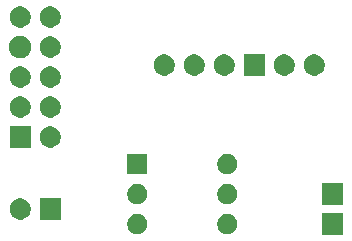
<source format=gbs>
G04 #@! TF.GenerationSoftware,KiCad,Pcbnew,5.1.5*
G04 #@! TF.CreationDate,2020-03-08T11:02:30+01:00*
G04 #@! TF.ProjectId,Flash-Station,466c6173-682d-4537-9461-74696f6e2e6b,rev?*
G04 #@! TF.SameCoordinates,Original*
G04 #@! TF.FileFunction,Soldermask,Bot*
G04 #@! TF.FilePolarity,Negative*
%FSLAX46Y46*%
G04 Gerber Fmt 4.6, Leading zero omitted, Abs format (unit mm)*
G04 Created by KiCad (PCBNEW 5.1.5) date 2020-03-08 11:02:30*
%MOMM*%
%LPD*%
G04 APERTURE LIST*
%ADD10C,0.100000*%
G04 APERTURE END LIST*
D10*
G36*
X95897000Y-95897000D02*
G01*
X94095000Y-95897000D01*
X94095000Y-94095000D01*
X95897000Y-94095000D01*
X95897000Y-95897000D01*
G37*
G36*
X86354228Y-94177703D02*
G01*
X86509100Y-94241853D01*
X86648481Y-94334985D01*
X86767015Y-94453519D01*
X86860147Y-94592900D01*
X86924297Y-94747772D01*
X86957000Y-94912184D01*
X86957000Y-95079816D01*
X86924297Y-95244228D01*
X86860147Y-95399100D01*
X86767015Y-95538481D01*
X86648481Y-95657015D01*
X86509100Y-95750147D01*
X86354228Y-95814297D01*
X86189816Y-95847000D01*
X86022184Y-95847000D01*
X85857772Y-95814297D01*
X85702900Y-95750147D01*
X85563519Y-95657015D01*
X85444985Y-95538481D01*
X85351853Y-95399100D01*
X85287703Y-95244228D01*
X85255000Y-95079816D01*
X85255000Y-94912184D01*
X85287703Y-94747772D01*
X85351853Y-94592900D01*
X85444985Y-94453519D01*
X85563519Y-94334985D01*
X85702900Y-94241853D01*
X85857772Y-94177703D01*
X86022184Y-94145000D01*
X86189816Y-94145000D01*
X86354228Y-94177703D01*
G37*
G36*
X78734228Y-94177703D02*
G01*
X78889100Y-94241853D01*
X79028481Y-94334985D01*
X79147015Y-94453519D01*
X79240147Y-94592900D01*
X79304297Y-94747772D01*
X79337000Y-94912184D01*
X79337000Y-95079816D01*
X79304297Y-95244228D01*
X79240147Y-95399100D01*
X79147015Y-95538481D01*
X79028481Y-95657015D01*
X78889100Y-95750147D01*
X78734228Y-95814297D01*
X78569816Y-95847000D01*
X78402184Y-95847000D01*
X78237772Y-95814297D01*
X78082900Y-95750147D01*
X77943519Y-95657015D01*
X77824985Y-95538481D01*
X77731853Y-95399100D01*
X77667703Y-95244228D01*
X77635000Y-95079816D01*
X77635000Y-94912184D01*
X77667703Y-94747772D01*
X77731853Y-94592900D01*
X77824985Y-94453519D01*
X77943519Y-94334985D01*
X78082900Y-94241853D01*
X78237772Y-94177703D01*
X78402184Y-94145000D01*
X78569816Y-94145000D01*
X78734228Y-94177703D01*
G37*
G36*
X68693512Y-92829927D02*
G01*
X68842812Y-92859624D01*
X69006784Y-92927544D01*
X69154354Y-93026147D01*
X69279853Y-93151646D01*
X69378456Y-93299216D01*
X69446376Y-93463188D01*
X69481000Y-93637259D01*
X69481000Y-93814741D01*
X69446376Y-93988812D01*
X69378456Y-94152784D01*
X69279853Y-94300354D01*
X69154354Y-94425853D01*
X69006784Y-94524456D01*
X68842812Y-94592376D01*
X68693512Y-94622073D01*
X68668742Y-94627000D01*
X68491258Y-94627000D01*
X68466488Y-94622073D01*
X68317188Y-94592376D01*
X68153216Y-94524456D01*
X68005646Y-94425853D01*
X67880147Y-94300354D01*
X67781544Y-94152784D01*
X67713624Y-93988812D01*
X67679000Y-93814741D01*
X67679000Y-93637259D01*
X67713624Y-93463188D01*
X67781544Y-93299216D01*
X67880147Y-93151646D01*
X68005646Y-93026147D01*
X68153216Y-92927544D01*
X68317188Y-92859624D01*
X68466488Y-92829927D01*
X68491258Y-92825000D01*
X68668742Y-92825000D01*
X68693512Y-92829927D01*
G37*
G36*
X72021000Y-94627000D02*
G01*
X70219000Y-94627000D01*
X70219000Y-92825000D01*
X72021000Y-92825000D01*
X72021000Y-94627000D01*
G37*
G36*
X95897000Y-93357000D02*
G01*
X94095000Y-93357000D01*
X94095000Y-91555000D01*
X95897000Y-91555000D01*
X95897000Y-93357000D01*
G37*
G36*
X86354228Y-91637703D02*
G01*
X86509100Y-91701853D01*
X86648481Y-91794985D01*
X86767015Y-91913519D01*
X86860147Y-92052900D01*
X86924297Y-92207772D01*
X86957000Y-92372184D01*
X86957000Y-92539816D01*
X86924297Y-92704228D01*
X86860147Y-92859100D01*
X86767015Y-92998481D01*
X86648481Y-93117015D01*
X86509100Y-93210147D01*
X86354228Y-93274297D01*
X86189816Y-93307000D01*
X86022184Y-93307000D01*
X85857772Y-93274297D01*
X85702900Y-93210147D01*
X85563519Y-93117015D01*
X85444985Y-92998481D01*
X85351853Y-92859100D01*
X85287703Y-92704228D01*
X85255000Y-92539816D01*
X85255000Y-92372184D01*
X85287703Y-92207772D01*
X85351853Y-92052900D01*
X85444985Y-91913519D01*
X85563519Y-91794985D01*
X85702900Y-91701853D01*
X85857772Y-91637703D01*
X86022184Y-91605000D01*
X86189816Y-91605000D01*
X86354228Y-91637703D01*
G37*
G36*
X78734228Y-91637703D02*
G01*
X78889100Y-91701853D01*
X79028481Y-91794985D01*
X79147015Y-91913519D01*
X79240147Y-92052900D01*
X79304297Y-92207772D01*
X79337000Y-92372184D01*
X79337000Y-92539816D01*
X79304297Y-92704228D01*
X79240147Y-92859100D01*
X79147015Y-92998481D01*
X79028481Y-93117015D01*
X78889100Y-93210147D01*
X78734228Y-93274297D01*
X78569816Y-93307000D01*
X78402184Y-93307000D01*
X78237772Y-93274297D01*
X78082900Y-93210147D01*
X77943519Y-93117015D01*
X77824985Y-92998481D01*
X77731853Y-92859100D01*
X77667703Y-92704228D01*
X77635000Y-92539816D01*
X77635000Y-92372184D01*
X77667703Y-92207772D01*
X77731853Y-92052900D01*
X77824985Y-91913519D01*
X77943519Y-91794985D01*
X78082900Y-91701853D01*
X78237772Y-91637703D01*
X78402184Y-91605000D01*
X78569816Y-91605000D01*
X78734228Y-91637703D01*
G37*
G36*
X79337000Y-90767000D02*
G01*
X77635000Y-90767000D01*
X77635000Y-89065000D01*
X79337000Y-89065000D01*
X79337000Y-90767000D01*
G37*
G36*
X86354228Y-89097703D02*
G01*
X86509100Y-89161853D01*
X86648481Y-89254985D01*
X86767015Y-89373519D01*
X86860147Y-89512900D01*
X86924297Y-89667772D01*
X86957000Y-89832184D01*
X86957000Y-89999816D01*
X86924297Y-90164228D01*
X86860147Y-90319100D01*
X86767015Y-90458481D01*
X86648481Y-90577015D01*
X86509100Y-90670147D01*
X86354228Y-90734297D01*
X86189816Y-90767000D01*
X86022184Y-90767000D01*
X85857772Y-90734297D01*
X85702900Y-90670147D01*
X85563519Y-90577015D01*
X85444985Y-90458481D01*
X85351853Y-90319100D01*
X85287703Y-90164228D01*
X85255000Y-89999816D01*
X85255000Y-89832184D01*
X85287703Y-89667772D01*
X85351853Y-89512900D01*
X85444985Y-89373519D01*
X85563519Y-89254985D01*
X85702900Y-89161853D01*
X85857772Y-89097703D01*
X86022184Y-89065000D01*
X86189816Y-89065000D01*
X86354228Y-89097703D01*
G37*
G36*
X71233512Y-86733927D02*
G01*
X71382812Y-86763624D01*
X71546784Y-86831544D01*
X71694354Y-86930147D01*
X71819853Y-87055646D01*
X71918456Y-87203216D01*
X71986376Y-87367188D01*
X72021000Y-87541259D01*
X72021000Y-87718741D01*
X71986376Y-87892812D01*
X71918456Y-88056784D01*
X71819853Y-88204354D01*
X71694354Y-88329853D01*
X71546784Y-88428456D01*
X71382812Y-88496376D01*
X71233512Y-88526073D01*
X71208742Y-88531000D01*
X71031258Y-88531000D01*
X71006488Y-88526073D01*
X70857188Y-88496376D01*
X70693216Y-88428456D01*
X70545646Y-88329853D01*
X70420147Y-88204354D01*
X70321544Y-88056784D01*
X70253624Y-87892812D01*
X70219000Y-87718741D01*
X70219000Y-87541259D01*
X70253624Y-87367188D01*
X70321544Y-87203216D01*
X70420147Y-87055646D01*
X70545646Y-86930147D01*
X70693216Y-86831544D01*
X70857188Y-86763624D01*
X71006488Y-86733927D01*
X71031258Y-86729000D01*
X71208742Y-86729000D01*
X71233512Y-86733927D01*
G37*
G36*
X69481000Y-88531000D02*
G01*
X67679000Y-88531000D01*
X67679000Y-86729000D01*
X69481000Y-86729000D01*
X69481000Y-88531000D01*
G37*
G36*
X71233512Y-84193927D02*
G01*
X71382812Y-84223624D01*
X71546784Y-84291544D01*
X71694354Y-84390147D01*
X71819853Y-84515646D01*
X71918456Y-84663216D01*
X71986376Y-84827188D01*
X72021000Y-85001259D01*
X72021000Y-85178741D01*
X71986376Y-85352812D01*
X71918456Y-85516784D01*
X71819853Y-85664354D01*
X71694354Y-85789853D01*
X71546784Y-85888456D01*
X71382812Y-85956376D01*
X71233512Y-85986073D01*
X71208742Y-85991000D01*
X71031258Y-85991000D01*
X71006488Y-85986073D01*
X70857188Y-85956376D01*
X70693216Y-85888456D01*
X70545646Y-85789853D01*
X70420147Y-85664354D01*
X70321544Y-85516784D01*
X70253624Y-85352812D01*
X70219000Y-85178741D01*
X70219000Y-85001259D01*
X70253624Y-84827188D01*
X70321544Y-84663216D01*
X70420147Y-84515646D01*
X70545646Y-84390147D01*
X70693216Y-84291544D01*
X70857188Y-84223624D01*
X71006488Y-84193927D01*
X71031258Y-84189000D01*
X71208742Y-84189000D01*
X71233512Y-84193927D01*
G37*
G36*
X68693512Y-84193927D02*
G01*
X68842812Y-84223624D01*
X69006784Y-84291544D01*
X69154354Y-84390147D01*
X69279853Y-84515646D01*
X69378456Y-84663216D01*
X69446376Y-84827188D01*
X69481000Y-85001259D01*
X69481000Y-85178741D01*
X69446376Y-85352812D01*
X69378456Y-85516784D01*
X69279853Y-85664354D01*
X69154354Y-85789853D01*
X69006784Y-85888456D01*
X68842812Y-85956376D01*
X68693512Y-85986073D01*
X68668742Y-85991000D01*
X68491258Y-85991000D01*
X68466488Y-85986073D01*
X68317188Y-85956376D01*
X68153216Y-85888456D01*
X68005646Y-85789853D01*
X67880147Y-85664354D01*
X67781544Y-85516784D01*
X67713624Y-85352812D01*
X67679000Y-85178741D01*
X67679000Y-85001259D01*
X67713624Y-84827188D01*
X67781544Y-84663216D01*
X67880147Y-84515646D01*
X68005646Y-84390147D01*
X68153216Y-84291544D01*
X68317188Y-84223624D01*
X68466488Y-84193927D01*
X68491258Y-84189000D01*
X68668742Y-84189000D01*
X68693512Y-84193927D01*
G37*
G36*
X71233512Y-81653927D02*
G01*
X71382812Y-81683624D01*
X71546784Y-81751544D01*
X71694354Y-81850147D01*
X71819853Y-81975646D01*
X71918456Y-82123216D01*
X71986376Y-82287188D01*
X72021000Y-82461259D01*
X72021000Y-82638741D01*
X71986376Y-82812812D01*
X71918456Y-82976784D01*
X71819853Y-83124354D01*
X71694354Y-83249853D01*
X71546784Y-83348456D01*
X71382812Y-83416376D01*
X71233512Y-83446073D01*
X71208742Y-83451000D01*
X71031258Y-83451000D01*
X71006488Y-83446073D01*
X70857188Y-83416376D01*
X70693216Y-83348456D01*
X70545646Y-83249853D01*
X70420147Y-83124354D01*
X70321544Y-82976784D01*
X70253624Y-82812812D01*
X70219000Y-82638741D01*
X70219000Y-82461259D01*
X70253624Y-82287188D01*
X70321544Y-82123216D01*
X70420147Y-81975646D01*
X70545646Y-81850147D01*
X70693216Y-81751544D01*
X70857188Y-81683624D01*
X71006488Y-81653927D01*
X71031258Y-81649000D01*
X71208742Y-81649000D01*
X71233512Y-81653927D01*
G37*
G36*
X68693512Y-81653927D02*
G01*
X68842812Y-81683624D01*
X69006784Y-81751544D01*
X69154354Y-81850147D01*
X69279853Y-81975646D01*
X69378456Y-82123216D01*
X69446376Y-82287188D01*
X69481000Y-82461259D01*
X69481000Y-82638741D01*
X69446376Y-82812812D01*
X69378456Y-82976784D01*
X69279853Y-83124354D01*
X69154354Y-83249853D01*
X69006784Y-83348456D01*
X68842812Y-83416376D01*
X68693512Y-83446073D01*
X68668742Y-83451000D01*
X68491258Y-83451000D01*
X68466488Y-83446073D01*
X68317188Y-83416376D01*
X68153216Y-83348456D01*
X68005646Y-83249853D01*
X67880147Y-83124354D01*
X67781544Y-82976784D01*
X67713624Y-82812812D01*
X67679000Y-82638741D01*
X67679000Y-82461259D01*
X67713624Y-82287188D01*
X67781544Y-82123216D01*
X67880147Y-81975646D01*
X68005646Y-81850147D01*
X68153216Y-81751544D01*
X68317188Y-81683624D01*
X68466488Y-81653927D01*
X68491258Y-81649000D01*
X68668742Y-81649000D01*
X68693512Y-81653927D01*
G37*
G36*
X85965512Y-80637927D02*
G01*
X86114812Y-80667624D01*
X86278784Y-80735544D01*
X86426354Y-80834147D01*
X86551853Y-80959646D01*
X86650456Y-81107216D01*
X86718376Y-81271188D01*
X86753000Y-81445259D01*
X86753000Y-81622741D01*
X86718376Y-81796812D01*
X86650456Y-81960784D01*
X86551853Y-82108354D01*
X86426354Y-82233853D01*
X86278784Y-82332456D01*
X86114812Y-82400376D01*
X85965512Y-82430073D01*
X85940742Y-82435000D01*
X85763258Y-82435000D01*
X85738488Y-82430073D01*
X85589188Y-82400376D01*
X85425216Y-82332456D01*
X85277646Y-82233853D01*
X85152147Y-82108354D01*
X85053544Y-81960784D01*
X84985624Y-81796812D01*
X84951000Y-81622741D01*
X84951000Y-81445259D01*
X84985624Y-81271188D01*
X85053544Y-81107216D01*
X85152147Y-80959646D01*
X85277646Y-80834147D01*
X85425216Y-80735544D01*
X85589188Y-80667624D01*
X85738488Y-80637927D01*
X85763258Y-80633000D01*
X85940742Y-80633000D01*
X85965512Y-80637927D01*
G37*
G36*
X83425512Y-80637927D02*
G01*
X83574812Y-80667624D01*
X83738784Y-80735544D01*
X83886354Y-80834147D01*
X84011853Y-80959646D01*
X84110456Y-81107216D01*
X84178376Y-81271188D01*
X84213000Y-81445259D01*
X84213000Y-81622741D01*
X84178376Y-81796812D01*
X84110456Y-81960784D01*
X84011853Y-82108354D01*
X83886354Y-82233853D01*
X83738784Y-82332456D01*
X83574812Y-82400376D01*
X83425512Y-82430073D01*
X83400742Y-82435000D01*
X83223258Y-82435000D01*
X83198488Y-82430073D01*
X83049188Y-82400376D01*
X82885216Y-82332456D01*
X82737646Y-82233853D01*
X82612147Y-82108354D01*
X82513544Y-81960784D01*
X82445624Y-81796812D01*
X82411000Y-81622741D01*
X82411000Y-81445259D01*
X82445624Y-81271188D01*
X82513544Y-81107216D01*
X82612147Y-80959646D01*
X82737646Y-80834147D01*
X82885216Y-80735544D01*
X83049188Y-80667624D01*
X83198488Y-80637927D01*
X83223258Y-80633000D01*
X83400742Y-80633000D01*
X83425512Y-80637927D01*
G37*
G36*
X80885512Y-80637927D02*
G01*
X81034812Y-80667624D01*
X81198784Y-80735544D01*
X81346354Y-80834147D01*
X81471853Y-80959646D01*
X81570456Y-81107216D01*
X81638376Y-81271188D01*
X81673000Y-81445259D01*
X81673000Y-81622741D01*
X81638376Y-81796812D01*
X81570456Y-81960784D01*
X81471853Y-82108354D01*
X81346354Y-82233853D01*
X81198784Y-82332456D01*
X81034812Y-82400376D01*
X80885512Y-82430073D01*
X80860742Y-82435000D01*
X80683258Y-82435000D01*
X80658488Y-82430073D01*
X80509188Y-82400376D01*
X80345216Y-82332456D01*
X80197646Y-82233853D01*
X80072147Y-82108354D01*
X79973544Y-81960784D01*
X79905624Y-81796812D01*
X79871000Y-81622741D01*
X79871000Y-81445259D01*
X79905624Y-81271188D01*
X79973544Y-81107216D01*
X80072147Y-80959646D01*
X80197646Y-80834147D01*
X80345216Y-80735544D01*
X80509188Y-80667624D01*
X80658488Y-80637927D01*
X80683258Y-80633000D01*
X80860742Y-80633000D01*
X80885512Y-80637927D01*
G37*
G36*
X93585512Y-80637927D02*
G01*
X93734812Y-80667624D01*
X93898784Y-80735544D01*
X94046354Y-80834147D01*
X94171853Y-80959646D01*
X94270456Y-81107216D01*
X94338376Y-81271188D01*
X94373000Y-81445259D01*
X94373000Y-81622741D01*
X94338376Y-81796812D01*
X94270456Y-81960784D01*
X94171853Y-82108354D01*
X94046354Y-82233853D01*
X93898784Y-82332456D01*
X93734812Y-82400376D01*
X93585512Y-82430073D01*
X93560742Y-82435000D01*
X93383258Y-82435000D01*
X93358488Y-82430073D01*
X93209188Y-82400376D01*
X93045216Y-82332456D01*
X92897646Y-82233853D01*
X92772147Y-82108354D01*
X92673544Y-81960784D01*
X92605624Y-81796812D01*
X92571000Y-81622741D01*
X92571000Y-81445259D01*
X92605624Y-81271188D01*
X92673544Y-81107216D01*
X92772147Y-80959646D01*
X92897646Y-80834147D01*
X93045216Y-80735544D01*
X93209188Y-80667624D01*
X93358488Y-80637927D01*
X93383258Y-80633000D01*
X93560742Y-80633000D01*
X93585512Y-80637927D01*
G37*
G36*
X91045512Y-80637927D02*
G01*
X91194812Y-80667624D01*
X91358784Y-80735544D01*
X91506354Y-80834147D01*
X91631853Y-80959646D01*
X91730456Y-81107216D01*
X91798376Y-81271188D01*
X91833000Y-81445259D01*
X91833000Y-81622741D01*
X91798376Y-81796812D01*
X91730456Y-81960784D01*
X91631853Y-82108354D01*
X91506354Y-82233853D01*
X91358784Y-82332456D01*
X91194812Y-82400376D01*
X91045512Y-82430073D01*
X91020742Y-82435000D01*
X90843258Y-82435000D01*
X90818488Y-82430073D01*
X90669188Y-82400376D01*
X90505216Y-82332456D01*
X90357646Y-82233853D01*
X90232147Y-82108354D01*
X90133544Y-81960784D01*
X90065624Y-81796812D01*
X90031000Y-81622741D01*
X90031000Y-81445259D01*
X90065624Y-81271188D01*
X90133544Y-81107216D01*
X90232147Y-80959646D01*
X90357646Y-80834147D01*
X90505216Y-80735544D01*
X90669188Y-80667624D01*
X90818488Y-80637927D01*
X90843258Y-80633000D01*
X91020742Y-80633000D01*
X91045512Y-80637927D01*
G37*
G36*
X89293000Y-82435000D02*
G01*
X87491000Y-82435000D01*
X87491000Y-80633000D01*
X89293000Y-80633000D01*
X89293000Y-82435000D01*
G37*
G36*
X68857395Y-79095546D02*
G01*
X69030466Y-79167234D01*
X69030467Y-79167235D01*
X69186227Y-79271310D01*
X69318690Y-79403773D01*
X69318691Y-79403775D01*
X69422766Y-79559534D01*
X69494454Y-79732605D01*
X69531000Y-79916333D01*
X69531000Y-80103667D01*
X69494454Y-80287395D01*
X69422766Y-80460466D01*
X69422765Y-80460467D01*
X69318690Y-80616227D01*
X69186227Y-80748690D01*
X69107818Y-80801081D01*
X69030466Y-80852766D01*
X68857395Y-80924454D01*
X68673667Y-80961000D01*
X68486333Y-80961000D01*
X68302605Y-80924454D01*
X68129534Y-80852766D01*
X68052182Y-80801081D01*
X67973773Y-80748690D01*
X67841310Y-80616227D01*
X67737235Y-80460467D01*
X67737234Y-80460466D01*
X67665546Y-80287395D01*
X67629000Y-80103667D01*
X67629000Y-79916333D01*
X67665546Y-79732605D01*
X67737234Y-79559534D01*
X67841309Y-79403775D01*
X67841310Y-79403773D01*
X67973773Y-79271310D01*
X68129533Y-79167235D01*
X68129534Y-79167234D01*
X68302605Y-79095546D01*
X68486333Y-79059000D01*
X68673667Y-79059000D01*
X68857395Y-79095546D01*
G37*
G36*
X71233512Y-79113927D02*
G01*
X71382812Y-79143624D01*
X71546784Y-79211544D01*
X71694354Y-79310147D01*
X71819853Y-79435646D01*
X71918456Y-79583216D01*
X71986376Y-79747188D01*
X72021000Y-79921259D01*
X72021000Y-80098741D01*
X71986376Y-80272812D01*
X71918456Y-80436784D01*
X71819853Y-80584354D01*
X71694354Y-80709853D01*
X71546784Y-80808456D01*
X71382812Y-80876376D01*
X71233512Y-80906073D01*
X71208742Y-80911000D01*
X71031258Y-80911000D01*
X71006488Y-80906073D01*
X70857188Y-80876376D01*
X70693216Y-80808456D01*
X70545646Y-80709853D01*
X70420147Y-80584354D01*
X70321544Y-80436784D01*
X70253624Y-80272812D01*
X70219000Y-80098741D01*
X70219000Y-79921259D01*
X70253624Y-79747188D01*
X70321544Y-79583216D01*
X70420147Y-79435646D01*
X70545646Y-79310147D01*
X70693216Y-79211544D01*
X70857188Y-79143624D01*
X71006488Y-79113927D01*
X71031258Y-79109000D01*
X71208742Y-79109000D01*
X71233512Y-79113927D01*
G37*
G36*
X71233512Y-76573927D02*
G01*
X71382812Y-76603624D01*
X71546784Y-76671544D01*
X71694354Y-76770147D01*
X71819853Y-76895646D01*
X71918456Y-77043216D01*
X71986376Y-77207188D01*
X72021000Y-77381259D01*
X72021000Y-77558741D01*
X71986376Y-77732812D01*
X71918456Y-77896784D01*
X71819853Y-78044354D01*
X71694354Y-78169853D01*
X71546784Y-78268456D01*
X71382812Y-78336376D01*
X71233512Y-78366073D01*
X71208742Y-78371000D01*
X71031258Y-78371000D01*
X71006488Y-78366073D01*
X70857188Y-78336376D01*
X70693216Y-78268456D01*
X70545646Y-78169853D01*
X70420147Y-78044354D01*
X70321544Y-77896784D01*
X70253624Y-77732812D01*
X70219000Y-77558741D01*
X70219000Y-77381259D01*
X70253624Y-77207188D01*
X70321544Y-77043216D01*
X70420147Y-76895646D01*
X70545646Y-76770147D01*
X70693216Y-76671544D01*
X70857188Y-76603624D01*
X71006488Y-76573927D01*
X71031258Y-76569000D01*
X71208742Y-76569000D01*
X71233512Y-76573927D01*
G37*
G36*
X68693512Y-76573927D02*
G01*
X68842812Y-76603624D01*
X69006784Y-76671544D01*
X69154354Y-76770147D01*
X69279853Y-76895646D01*
X69378456Y-77043216D01*
X69446376Y-77207188D01*
X69481000Y-77381259D01*
X69481000Y-77558741D01*
X69446376Y-77732812D01*
X69378456Y-77896784D01*
X69279853Y-78044354D01*
X69154354Y-78169853D01*
X69006784Y-78268456D01*
X68842812Y-78336376D01*
X68693512Y-78366073D01*
X68668742Y-78371000D01*
X68491258Y-78371000D01*
X68466488Y-78366073D01*
X68317188Y-78336376D01*
X68153216Y-78268456D01*
X68005646Y-78169853D01*
X67880147Y-78044354D01*
X67781544Y-77896784D01*
X67713624Y-77732812D01*
X67679000Y-77558741D01*
X67679000Y-77381259D01*
X67713624Y-77207188D01*
X67781544Y-77043216D01*
X67880147Y-76895646D01*
X68005646Y-76770147D01*
X68153216Y-76671544D01*
X68317188Y-76603624D01*
X68466488Y-76573927D01*
X68491258Y-76569000D01*
X68668742Y-76569000D01*
X68693512Y-76573927D01*
G37*
M02*

</source>
